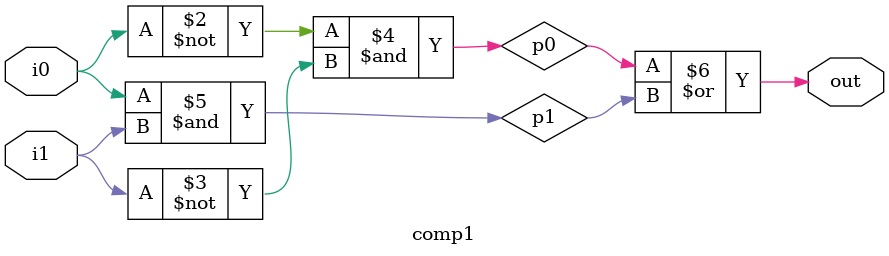
<source format=v>
module comp1
(
    input wire i0, 
    input wire i1,
    output reg out
);

reg p0, p1;

always @(i0,i1) 
begin
    p0 = ~i0 & ~i1;
    p1 = i0 & i1;
    out = p0 | p1;    
end

endmodule
</source>
